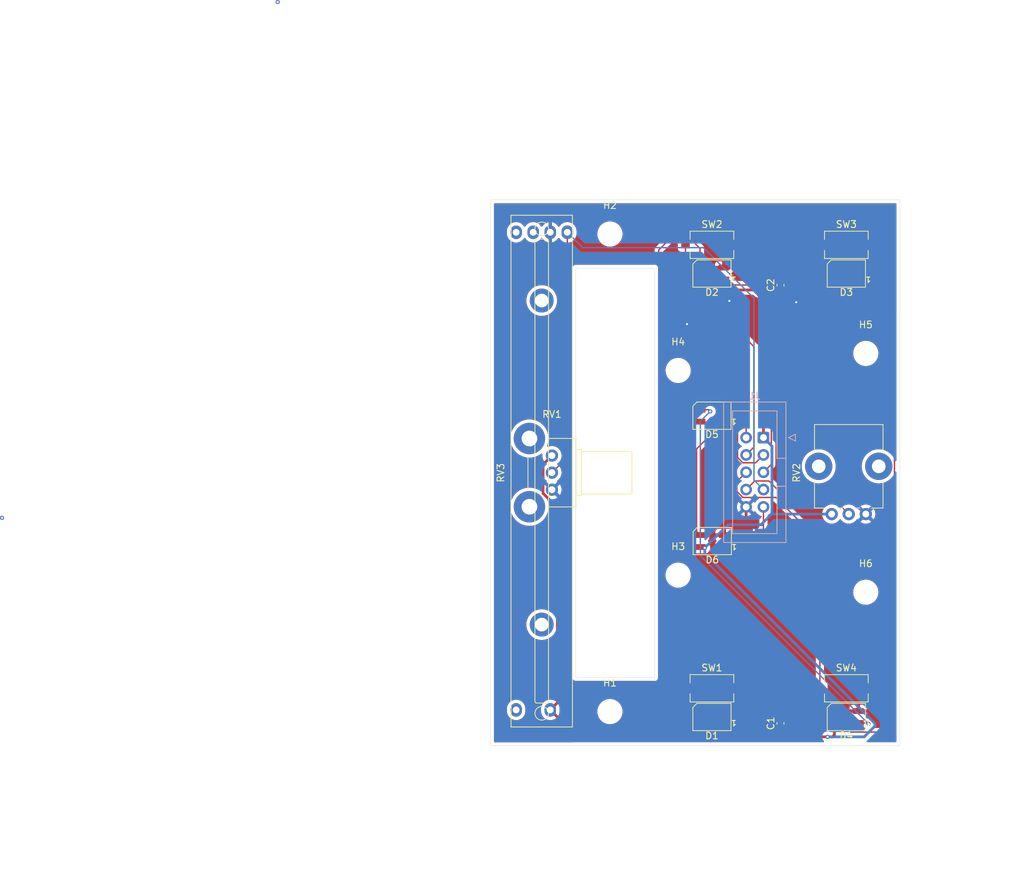
<source format=kicad_pcb>
(kicad_pcb (version 20240108) (generator "pcbnew") (generator_version "8.0")
  (layers (0 "F.Cu" signal) (31 "B.Cu" signal) (34 "B.Paste" user) (35 "F.Paste" user) (36 "B.SilkS" user "B.Silkscreen") (37 "F.SilkS" user "F.Silkscreen") (38 "B.Mask" user) (39 "F.Mask" user) (44 "Edge.Cuts" user))
  (net 0 "")
  (net 1 "GND")
  (net 2 "+3V3")
  (net 3 "Net-(D1-DIN)")
  (net 4 "Net-(D1-DOUT)")
  (net 5 "Net-(D2-DOUT)")
  (net 6 "Net-(D3-DOUT)")
  (net 7 "Net-(D4-DOUT)")
  (net 8 "Net-(D5-DOUT)")
  (net 9 "Net-(D6-DOUT)")
  (net 10 "Net-(J1-Pin_5)")
  (net 11 "Net-(J1-Pin_8)")
  (net 12 "Net-(J1-Pin_6)")
  (net 13 "Net-(J1-Pin_3)")
  (net 14 "Net-(J1-Pin_7)")
  (net 15 "Net-(J1-Pin_4)")
  (footprint "Button_Switch_SMD:SW_Tactile_SPST_NO_Straight_CK_PTS636Sx25SMTRLFS" (layer "F.Cu") (at 152.15 101.586668)
    (property "Reference" "SW3" (at 0 -3 0) (layer "F.SilkS"))
    (property "Value" "SW_Push")
    (fp_line (start -3.2 -2) (end -3.2 -0.8) (stroke (width 0.12)) (layer "F.SilkS"))
    (fp_line (start -3.2 0.8) (end -3.2 2) (stroke (width 0.12)) (layer "F.SilkS"))
    (fp_line (start -3.2 2) (end 3.2 2) (stroke (width 0.12)) (layer "F.SilkS"))
    (fp_line (start 3.2 -2) (end -3.2 -2) (stroke (width 0.12)) (layer "F.SilkS"))
    (fp_line (start 3.2 -0.8) (end 3.2 -2) (stroke (width 0.12)) (layer "F.SilkS"))
    (fp_line (start 3.2 2) (end 3.2 0.8) (stroke (width 0.12)) (layer "F.SilkS"))
    (pad "1" smd rect (at -3.875 0) (size 1.25 1) (layers "F.Cu" "F.Paste" "F.Mask") (net 10 "Net-(J1-Pin_5)"))
    (pad "2" smd rect (at 3.875 0) (size 1.25 1) (layers "F.Cu" "F.Paste" "F.Mask") (net 1 "GND"))
  )
  (footprint "Button_Switch_SMD:SW_Tactile_SPST_NO_Straight_CK_PTS636Sx25SMTRLFS" (layer "F.Cu") (at 132.45 166.586668)
    (property "Reference" "SW1" (at 0 -3 0) (layer "F.SilkS"))
    (property "Value" "SW_Push")
    (fp_line (start -3.2 -2) (end -3.2 -0.8) (stroke (width 0.12)) (layer "F.SilkS"))
    (fp_line (start -3.2 0.8) (end -3.2 2) (stroke (width 0.12)) (layer "F.SilkS"))
    (fp_line (start -3.2 2) (end 3.2 2) (stroke (width 0.12)) (layer "F.SilkS"))
    (fp_line (start 3.2 -2) (end -3.2 -2) (stroke (width 0.12)) (layer "F.SilkS"))
    (fp_line (start 3.2 -0.8) (end 3.2 -2) (stroke (width 0.12)) (layer "F.SilkS"))
    (fp_line (start 3.2 2) (end 3.2 0.8) (stroke (width 0.12)) (layer "F.SilkS"))
    (pad "1" smd rect (at -3.875 0) (size 1.25 1) (layers "F.Cu" "F.Paste" "F.Mask") (net 13 "Net-(J1-Pin_3)"))
    (pad "2" smd rect (at 3.875 0) (size 1.25 1) (layers "F.Cu" "F.Paste" "F.Mask") (net 1 "GND"))
  )
  (footprint "Button_Switch_SMD:SW_Tactile_SPST_NO_Straight_CK_PTS636Sx25SMTRLFS" (layer "F.Cu") (at 152.15 166.586668)
    (property "Reference" "SW4" (at 0 -3 0) (layer "F.SilkS"))
    (property "Value" "SW_Push")
    (fp_line (start -3.2 -2) (end -3.2 -0.8) (stroke (width 0.12)) (layer "F.SilkS"))
    (fp_line (start -3.2 0.8) (end -3.2 2) (stroke (width 0.12)) (layer "F.SilkS"))
    (fp_line (start -3.2 2) (end 3.2 2) (stroke (width 0.12)) (layer "F.SilkS"))
    (fp_line (start 3.2 -2) (end -3.2 -2) (stroke (width 0.12)) (layer "F.SilkS"))
    (fp_line (start 3.2 -0.8) (end 3.2 -2) (stroke (width 0.12)) (layer "F.SilkS"))
    (fp_line (start 3.2 2) (end 3.2 0.8) (stroke (width 0.12)) (layer "F.SilkS"))
    (pad "1" smd rect (at -3.875 0) (size 1.25 1) (layers "F.Cu" "F.Paste" "F.Mask") (net 12 "Net-(J1-Pin_6)"))
    (pad "2" smd rect (at 3.875 0) (size 1.25 1) (layers "F.Cu" "F.Paste" "F.Mask") (net 1 "GND"))
  )
  (footprint "MountingHole:MountingHole_3.2mm_M3" (layer "F.Cu") (at 117.5 100)
    (property "Reference" "H2" (at 0 -4.2 0) (layer "F.SilkS"))
    (property "Value" "MountingHole")
    (pad "" np_thru_hole circle (at 0 0) (size 3.2 3.2) (drill 3.2) (layers "*.Cu" "*.Mask"))
  )
  (footprint "MountingHole:MountingHole_3.2mm_M3" (layer "F.Cu") (at 117.5 170)
    (property "Reference" "H1" (at 0 -4.2 0) (layer "F.SilkS"))
    (property "Value" "MountingHole")
    (pad "" np_thru_hole circle (at 0 0) (size 3.2 3.2) (drill 3.2) (layers "*.Cu" "*.Mask"))
  )
  (footprint "MountingHole:MountingHole_3.2mm_M3" (layer "F.Cu") (at 127.5 120)
    (property "Reference" "H4" (at 0 -4.2 0) (layer "F.SilkS"))
    (property "Value" "MountingHole")
    (pad "" np_thru_hole circle (at 0 0) (size 3.2 3.2) (drill 3.2) (layers "*.Cu" "*.Mask"))
  )
  (footprint "Capacitor_SMD:C_0603_1608Metric" (layer "F.Cu") (at 142.5 171.725 90)
    (property "Reference" "C1" (at 0 -1.43 90) (layer "F.SilkS"))
    (property "Value" "C")
    (fp_line (start -0.14058 -0.51) (end 0.14058 -0.51) (stroke (width 0.12)) (layer "F.SilkS"))
    (fp_line (start -0.14058 0.51) (end 0.14058 0.51) (stroke (width 0.12)) (layer "F.SilkS"))
    (pad "1" smd roundrect (at -0.775 0 90) (size 0.9 0.95) (layers "F.Cu" "F.Paste" "F.Mask") (net 2 "+3V3"))
    (pad "2" smd roundrect (at 0.775 0 90) (size 0.9 0.95) (layers "F.Cu" "F.Paste" "F.Mask") (net 1 "GND"))
  )
  (footprint "LED_SMD:LED_SK6812MINI_PLCC4_3.5x3.5mm_P1.75mm" (layer "F.Cu") (at 132.45 126.625 180)
    (property "Reference" "D5" (at 0 -2.75 0) (layer "F.SilkS"))
    (property "Value" "SK6812MINI")
    (fp_line (start 2.8 1.4) (end 2.8 -2) (stroke (width 0.12)) (layer "F.SilkS"))
    (fp_line (start 2.8 1.4) (end 2.2 2) (stroke (width 0.12)) (layer "F.SilkS"))
    (fp_line (start -2.8 2) (end 2.2 2) (stroke (width 0.12)) (layer "F.SilkS"))
    (fp_line (start -2.8 -2) (end 2.8 -2) (stroke (width 0.12)) (layer "F.SilkS"))
    (fp_line (start -2.8 -2) (end -2.8 2) (stroke (width 0.12)) (layer "F.SilkS"))
    (fp_text user "1" (at -3.2 -0.875 180) (layer "F.SilkS") (effects (font (size 0.8 0.8))))
    (pad "1" smd rect (at -1.75 -0.875 180) (size 1.6 0.85) (layers "F.Cu" "F.Paste" "F.Mask") (net 8 "Net-(D5-DOUT)"))
    (pad "2" smd rect (at -1.75 0.875 180) (size 1.6 0.85) (layers "F.Cu" "F.Paste" "F.Mask") (net 1 "GND"))
    (pad "3" smd rect (at 1.75 0.875 180) (size 1.6 0.85) (layers "F.Cu" "F.Paste" "F.Mask") (net 7 "Net-(D4-DOUT)"))
    (pad "4" smd rect (at 1.75 -0.875 180) (size 1.6 0.85) (layers "F.Cu" "F.Paste" "F.Mask") (net 2 "+3V3"))
  )
  (footprint "LED_SMD:LED_SK6812MINI_PLCC4_3.5x3.5mm_P1.75mm" (layer "F.Cu") (at 152.15 170.791668 180)
    (property "Reference" "D4" (at 0 -2.75 0) (layer "F.SilkS"))
    (property "Value" "SK6812MINI")
    (fp_line (start 2.8 1.4) (end 2.8 -2) (stroke (width 0.12)) (layer "F.SilkS"))
    (fp_line (start 2.8 1.4) (end 2.2 2) (stroke (width 0.12)) (layer "F.SilkS"))
    (fp_line (start -2.8 2) (end 2.2 2) (stroke (width 0.12)) (layer "F.SilkS"))
    (fp_line (start -2.8 -2) (end 2.8 -2) (stroke (width 0.12)) (layer "F.SilkS"))
    (fp_line (start -2.8 -2) (end -2.8 2) (stroke (width 0.12)) (layer "F.SilkS"))
    (fp_text user "1" (at -3.2 -0.875 180) (layer "F.SilkS") (effects (font (size 0.8 0.8))))
    (pad "1" smd rect (at -1.75 -0.875 180) (size 1.6 0.85) (layers "F.Cu" "F.Paste" "F.Mask") (net 7 "Net-(D4-DOUT)"))
    (pad "2" smd rect (at -1.75 0.875 180) (size 1.6 0.85) (layers "F.Cu" "F.Paste" "F.Mask") (net 1 "GND"))
    (pad "3" smd rect (at 1.75 0.875 180) (size 1.6 0.85) (layers "F.Cu" "F.Paste" "F.Mask") (net 6 "Net-(D3-DOUT)"))
    (pad "4" smd rect (at 1.75 -0.875 180) (size 1.6 0.85) (layers "F.Cu" "F.Paste" "F.Mask") (net 2 "+3V3"))
  )
  (footprint "LED_SMD:LED_SK6812MINI_PLCC4_3.5x3.5mm_P1.75mm" (layer "F.Cu") (at 152.15 105.791668 180)
    (property "Reference" "D3" (at 0 -2.75 0) (layer "F.SilkS"))
    (property "Value" "SK6812MINI")
    (fp_line (start 2.8 1.4) (end 2.8 -2) (stroke (width 0.12)) (layer "F.SilkS"))
    (fp_line (start 2.8 1.4) (end 2.2 2) (stroke (width 0.12)) (layer "F.SilkS"))
    (fp_line (start -2.8 2) (end 2.2 2) (stroke (width 0.12)) (layer "F.SilkS"))
    (fp_line (start -2.8 -2) (end 2.8 -2) (stroke (width 0.12)) (layer "F.SilkS"))
    (fp_line (start -2.8 -2) (end -2.8 2) (stroke (width 0.12)) (layer "F.SilkS"))
    (fp_text user "1" (at -3.2 -0.875 180) (layer "F.SilkS") (effects (font (size 0.8 0.8))))
    (pad "1" smd rect (at -1.75 -0.875 180) (size 1.6 0.85) (layers "F.Cu" "F.Paste" "F.Mask") (net 6 "Net-(D3-DOUT)"))
    (pad "2" smd rect (at -1.75 0.875 180) (size 1.6 0.85) (layers "F.Cu" "F.Paste" "F.Mask") (net 1 "GND"))
    (pad "3" smd rect (at 1.75 0.875 180) (size 1.6 0.85) (layers "F.Cu" "F.Paste" "F.Mask") (net 5 "Net-(D2-DOUT)"))
    (pad "4" smd rect (at 1.75 -0.875 180) (size 1.6 0.85) (layers "F.Cu" "F.Paste" "F.Mask") (net 2 "+3V3"))
  )
  (footprint "LED_SMD:LED_SK6812MINI_PLCC4_3.5x3.5mm_P1.75mm" (layer "F.Cu") (at 132.45 170.791668 180)
    (property "Reference" "D1" (at 0 -2.75 0) (layer "F.SilkS"))
    (property "Value" "SK6812MINI")
    (fp_line (start 2.8 1.4) (end 2.8 -2) (stroke (width 0.12)) (layer "F.SilkS"))
    (fp_line (start 2.8 1.4) (end 2.2 2) (stroke (width 0.12)) (layer "F.SilkS"))
    (fp_line (start -2.8 2) (end 2.2 2) (stroke (width 0.12)) (layer "F.SilkS"))
    (fp_line (start -2.8 -2) (end 2.8 -2) (stroke (width 0.12)) (layer "F.SilkS"))
    (fp_line (start -2.8 -2) (end -2.8 2) (stroke (width 0.12)) (layer "F.SilkS"))
    (fp_text user "1" (at -3.2 -0.875 180) (layer "F.SilkS") (effects (font (size 0.8 0.8))))
    (pad "1" smd rect (at -1.75 -0.875 180) (size 1.6 0.85) (layers "F.Cu" "F.Paste" "F.Mask") (net 4 "Net-(D1-DOUT)"))
    (pad "2" smd rect (at -1.75 0.875 180) (size 1.6 0.85) (layers "F.Cu" "F.Paste" "F.Mask") (net 1 "GND"))
    (pad "3" smd rect (at 1.75 0.875 180) (size 1.6 0.85) (layers "F.Cu" "F.Paste" "F.Mask") (net 3 "Net-(D1-DIN)"))
    (pad "4" smd rect (at 1.75 -0.875 180) (size 1.6 0.85) (layers "F.Cu" "F.Paste" "F.Mask") (net 2 "+3V3"))
  )
  (footprint "synkie_footprints:Potentiometer_Alps_RK09K_Single_Vertical" (layer "F.Cu") (at 155 141.05 90)
    (property "Reference" "RV2" (at 6.05 -10.15 90) (layer "F.SilkS"))
    (property "Value" "pot")
    (fp_line (start 13.12 -7.521) (end 13.12 2.52) (stroke (width 0.12)) (layer "F.SilkS"))
    (fp_line (start 9.184 -7.521) (end 13.12 -7.521) (stroke (width 0.12)) (layer "F.SilkS"))
    (fp_line (start 0.88 -7.521) (end 4.817 -7.521) (stroke (width 0.12)) (layer "F.SilkS"))
    (fp_line (start 0.88 -7.521) (end 0.88 -5.871) (stroke (width 0.12)) (layer "F.SilkS"))
    (fp_line (start 0.88 -4.129) (end 0.88 -3.37) (stroke (width 0.12)) (layer "F.SilkS"))
    (fp_line (start 0.88 -1.629) (end 0.88 -0.87) (stroke (width 0.12)) (layer "F.SilkS"))
    (fp_line (start 0.88 0.87) (end 0.88 2.52) (stroke (width 0.12)) (layer "F.SilkS"))
    (fp_line (start 9.184 2.52) (end 13.12 2.52) (stroke (width 0.12)) (layer "F.SilkS"))
    (fp_line (start 0.88 2.52) (end 4.817 2.52) (stroke (width 0.12)) (layer "F.SilkS"))
    (pad "" np_thru_hole circle (at 7 -6.9 90) (size 4 4) (drill 2) (layers "*.Cu" "*.Mask"))
    (pad "" np_thru_hole circle (at 7 1.9 90) (size 4 4) (drill 2) (layers "*.Cu" "*.Mask"))
    (pad "1" thru_hole circle (at 0 0 90) (size 1.8 1.8) (drill 1) (layers "*.Cu" "*.Mask") (net 1 "GND"))
    (pad "2" thru_hole circle (at 0 -2.5 90) (size 1.8 1.8) (drill 1) (layers "*.Cu" "*.Mask") (net 11 "Net-(J1-Pin_8)"))
    (pad "3" thru_hole circle (at 0 -5 90) (size 1.8 1.8) (drill 1) (layers "*.Cu" "*.Mask") (net 2 "+3V3"))
  )
  (footprint "LED_SMD:LED_SK6812MINI_PLCC4_3.5x3.5mm_P1.75mm" (layer "F.Cu") (at 132.5 145 180)
    (property "Reference" "D6" (at 0 -2.75 0) (layer "F.SilkS"))
    (property "Value" "SK6812MINI")
    (fp_line (start 2.8 1.4) (end 2.8 -2) (stroke (width 0.12)) (layer "F.SilkS"))
    (fp_line (start 2.8 1.4) (end 2.2 2) (stroke (width 0.12)) (layer "F.SilkS"))
    (fp_line (start -2.8 2) (end 2.2 2) (stroke (width 0.12)) (layer "F.SilkS"))
    (fp_line (start -2.8 -2) (end 2.8 -2) (stroke (width 0.12)) (layer "F.SilkS"))
    (fp_line (start -2.8 -2) (end -2.8 2) (stroke (width 0.12)) (layer "F.SilkS"))
    (fp_text user "1" (at -3.2 -0.875 180) (layer "F.SilkS") (effects (font (size 0.8 0.8))))
    (pad "1" smd rect (at -1.75 -0.875 180) (size 1.6 0.85) (layers "F.Cu" "F.Paste" "F.Mask") (net 9 "Net-(D6-DOUT)"))
    (pad "2" smd rect (at -1.75 0.875 180) (size 1.6 0.85) (layers "F.Cu" "F.Paste" "F.Mask") (net 1 "GND"))
    (pad "3" smd rect (at 1.75 0.875 180) (size 1.6 0.85) (layers "F.Cu" "F.Paste" "F.Mask") (net 8 "Net-(D5-DOUT)"))
    (pad "4" smd rect (at 1.75 -0.875 180) (size 1.6 0.85) (layers "F.Cu" "F.Paste" "F.Mask") (net 2 "+3V3"))
  )
  (footprint "synkie_footprints:Potentiometer_Alps_RK09K_Single_Horizontal" (layer "F.Cu") (at 109 137.475)
    (property "Reference" "RV1" (at 0 -11.05 0) (layer "F.SilkS"))
    (property "Value" "tbar")
    (fp_line (start -3.52 -4.944) (end -3.52 -0.055) (stroke (width 0.12)) (layer "F.SilkS"))
    (fp_line (start -0.745 -7.521) (end 3.52 -7.521) (stroke (width 0.12)) (layer "F.SilkS"))
    (fp_line (start -0.745 2.52) (end 3.52 2.52) (stroke (width 0.12)) (layer "F.SilkS"))
    (fp_line (start 3.52 -7.521) (end 3.52 2.52) (stroke (width 0.12)) (layer "F.SilkS"))
    (fp_line (start 3.52 -5.87) (end 3.52 0.87) (stroke (width 0.12)) (layer "F.SilkS"))
    (fp_line (start 3.52 -5.87) (end 4.32 -5.87) (stroke (width 0.12)) (layer "F.SilkS"))
    (fp_line (start 3.52 0.87) (end 4.32 0.87) (stroke (width 0.12)) (layer "F.SilkS"))
    (fp_line (start 4.32 -5.87) (end 4.32 0.87) (stroke (width 0.12)) (layer "F.SilkS"))
    (fp_line (start 4.32 -5.62) (end 4.32 0.62) (stroke (width 0.12)) (layer "F.SilkS"))
    (fp_line (start 4.32 -5.62) (end 11.72 -5.62) (stroke (width 0.12)) (layer "F.SilkS"))
    (fp_line (start 4.32 0.62) (end 11.72 0.62) (stroke (width 0.12)) (layer "F.SilkS"))
    (fp_line (start 11.72 -5.62) (end 11.72 0.62) (stroke (width 0.12)) (layer "F.SilkS"))
    (pad "" thru_hole circle (at -3.3 -7.5) (size 4.6 4.6) (drill 2.3) (layers "*.Cu" "*.Mask"))
    (pad "" thru_hole circle (at -3.3 2.5) (size 4.6 4.6) (drill 2.3) (layers "*.Cu" "*.Mask"))
    (pad "1" thru_hole circle (at 0 0) (size 1.8 1.8) (drill 1) (layers "*.Cu" "*.Mask") (net 1 "GND"))
    (pad "2" thru_hole circle (at 0 -2.5) (size 1.8 1.8) (drill 1) (layers "*.Cu" "*.Mask") (net 14 "Net-(J1-Pin_7)"))
    (pad "3" thru_hole circle (at 0 -5) (size 1.8 1.8) (drill 1) (layers "*.Cu" "*.Mask") (net 2 "+3V3"))
  )
  (footprint "Capacitor_SMD:C_0603_1608Metric" (layer "F.Cu") (at 142.5 107.5 90)
    (property "Reference" "C2" (at 0 -1.43 90) (layer "F.SilkS"))
    (property "Value" "C")
    (fp_line (start -0.14058 -0.51) (end 0.14058 -0.51) (stroke (width 0.12)) (layer "F.SilkS"))
    (fp_line (start -0.14058 0.51) (end 0.14058 0.51) (stroke (width 0.12)) (layer "F.SilkS"))
    (pad "1" smd roundrect (at -0.775 0 90) (size 0.9 0.95) (layers "F.Cu" "F.Paste" "F.Mask") (net 2 "+3V3"))
    (pad "2" smd roundrect (at 0.775 0 90) (size 0.9 0.95) (layers "F.Cu" "F.Paste" "F.Mask") (net 1 "GND"))
  )
  (footprint "MountingHole:MountingHole_3.2mm_M3" (layer "F.Cu") (at 155 117.5)
    (property "Reference" "H5" (at 0 -4.2 0) (layer "F.SilkS"))
    (property "Value" "MountingHole")
    (pad "" np_thru_hole circle (at 0 0) (size 3.2 3.2) (drill 3.2) (layers "*.Cu" "*.Mask"))
  )
  (footprint "MountingHole:MountingHole_3.2mm_M3" (layer "F.Cu") (at 155 152.5)
    (property "Reference" "H6" (at 0 -4.2 0) (layer "F.SilkS"))
    (property "Value" "MountingHole")
    (pad "" np_thru_hole circle (at 0 0) (size 3.2 3.2) (drill 3.2) (layers "*.Cu" "*.Mask"))
  )
  (footprint "synkie_footprints:Potentiometer_Alps_RS6011xP_Slide" (layer "F.Cu") (at 107.5 134.75 -90)
    (property "Reference" "RV3" (at 0.25 6 90) (layer "F.SilkS"))
    (property "Value" "slider")
    (fp_line (start -37.5 4.5) (end 37.5 4.5) (stroke (width 0.12)) (layer "F.SilkS"))
    (fp_line (start 37.5 4.5) (end 37.5 -4.5) (stroke (width 0.12)) (layer "F.SilkS"))
    (fp_line (start -33.8 1) (end 33.8 1) (stroke (width 0.12)) (layer "F.SilkS"))
    (fp_line (start 33.8 1) (end 34 0.8) (stroke (width 0.12)) (layer "F.SilkS"))
    (fp_line (start -34 0.8) (end -33.8 1) (stroke (width 0.12)) (layer "F.SilkS"))
    (fp_line (start 34 0.8) (end 34 -0.8) (stroke (width 0.12)) (layer "F.SilkS"))
    (fp_line (start -34 -0.8) (end -34 0.8) (stroke (width 0.12)) (layer "F.SilkS"))
    (fp_line (start 34 -0.8) (end 33.8 -1) (stroke (width 0.12)) (layer "F.SilkS"))
    (fp_line (start -33.8 -1) (end -34 -0.8) (stroke (width 0.12)) (layer "F.SilkS"))
    (fp_line (start 33.8 -1) (end -33.8 -1) (stroke (width 0.12)) (layer "F.SilkS"))
    (fp_line (start -37.5 -4.5) (end -37.5 4.5) (stroke (width 0.12)) (layer "F.SilkS"))
    (fp_line (start 37.5 -4.5) (end -37.5 -4.5) (stroke (width 0.12)) (layer "F.SilkS"))
    (fp_circle (center -35.5 0) (end -35.5 -1) (stroke (width 0.12)) (fill none) (layer "F.SilkS"))
    (fp_circle (center 35.5 0) (end 35.5 1) (stroke (width 0.12)) (fill none) (layer "F.SilkS"))
    (pad "1" thru_hole oval (at -35 -1.25 270) (size 2 1.7) (drill 1) (layers "*.Cu" "*.Mask") (net 1 "GND"))
    (pad "1B" thru_hole oval (at -35 3.75 270) (size 2 1.7) (drill 1) (layers "*.Cu" "*.Mask"))
    (pad "2" thru_hole oval (at -35 -3.75 270) (size 2 1.7) (drill 1) (layers "*.Cu" "*.Mask") (net 14 "Net-(J1-Pin_7)"))
    (pad "2B" thru_hole oval (at -35 1.25 270) (size 2 1.7) (drill 1) (layers "*.Cu" "*.Mask"))
    (pad "3" thru_hole oval (at 35 -1.25 270) (size 2 1.7) (drill 1) (layers "*.Cu" "*.Mask") (net 2 "+3V3"))
    (pad "3B" thru_hole oval (at 35 3.75 270) (size 2 1.7) (drill 1) (layers "*.Cu" "*.Mask"))
    (pad "SH" thru_hole circle (at -25 0 270) (size 3.5 3.5) (drill 2) (layers "*.Cu" "*.Mask"))
    (pad "SH" thru_hole circle (at 22.5 0 270) (size 3.5 3.5) (drill 2) (layers "*.Cu" "*.Mask"))
  )
  (footprint "MountingHole:MountingHole_3.2mm_M3" (layer "F.Cu") (at 127.5 150)
    (property "Reference" "H3" (at 0 -4.2 0) (layer "F.SilkS"))
    (property "Value" "MountingHole")
    (pad "" np_thru_hole circle (at 0 0) (size 3.2 3.2) (drill 3.2) (layers "*.Cu" "*.Mask"))
  )
  (footprint "Button_Switch_SMD:SW_Tactile_SPST_NO_Straight_CK_PTS636Sx25SMTRLFS" (layer "F.Cu") (at 132.45 101.586668)
    (property "Reference" "SW2" (at 0 -3 0) (layer "F.SilkS"))
    (property "Value" "SW_Push")
    (fp_line (start -3.2 -2) (end -3.2 -0.8) (stroke (width 0.12)) (layer "F.SilkS"))
    (fp_line (start -3.2 0.8) (end -3.2 2) (stroke (width 0.12)) (layer "F.SilkS"))
    (fp_line (start -3.2 2) (end 3.2 2) (stroke (width 0.12)) (layer "F.SilkS"))
    (fp_line (start 3.2 -2) (end -3.2 -2) (stroke (width 0.12)) (layer "F.SilkS"))
    (fp_line (start 3.2 -0.8) (end 3.2 -2) (stroke (width 0.12)) (layer "F.SilkS"))
    (fp_line (start 3.2 2) (end 3.2 0.8) (stroke (width 0.12)) (layer "F.SilkS"))
    (pad "1" smd rect (at -3.875 0) (size 1.25 1) (layers "F.Cu" "F.Paste" "F.Mask") (net 15 "Net-(J1-Pin_4)"))
    (pad "2" smd rect (at 3.875 0) (size 1.25 1) (layers "F.Cu" "F.Paste" "F.Mask") (net 1 "GND"))
  )
  (footprint "LED_SMD:LED_SK6812MINI_PLCC4_3.5x3.5mm_P1.75mm" (layer "F.Cu") (at 132.45 105.791668 180)
    (property "Reference" "D2" (at 0 -2.75 0) (layer "F.SilkS"))
    (property "Value" "SK6812MINI")
    (fp_line (start 2.8 1.4) (end 2.8 -2) (stroke (width 0.12)) (layer "F.SilkS"))
    (fp_line (start 2.8 1.4) (end 2.2 2) (stroke (width 0.12)) (layer "F.SilkS"))
    (fp_line (start -2.8 2) (end 2.2 2) (stroke (width 0.12)) (layer "F.SilkS"))
    (fp_line (start -2.8 -2) (end 2.8 -2) (stroke (width 0.12)) (layer "F.SilkS"))
    (fp_line (start -2.8 -2) (end -2.8 2) (stroke (width 0.12)) (layer "F.SilkS"))
    (fp_text user "1" (at -3.2 -0.875 180) (layer "F.SilkS") (effects (font (size 0.8 0.8))))
    (pad "1" smd rect (at -1.75 -0.875 180) (size 1.6 0.85) (layers "F.Cu" "F.Paste" "F.Mask") (net 5 "Net-(D2-DOUT)"))
    (pad "2" smd rect (at -1.75 0.875 180) (size 1.6 0.85) (layers "F.Cu" "F.Paste" "F.Mask") (net 1 "GND"))
    (pad "3" smd rect (at 1.75 0.875 180) (size 1.6 0.85) (layers "F.Cu" "F.Paste" "F.Mask") (net 4 "Net-(D1-DOUT)"))
    (pad "4" smd rect (at 1.75 -0.875 180) (size 1.6 0.85) (layers "F.Cu" "F.Paste" "F.Mask") (net 2 "+3V3"))
  )
  (footprint "Connector_IDC:IDC-Header_2x05_P2.54mm_Vertical" (layer "B.Cu") (at 140 129.84 180)
    (property "Reference" "J1" (at 1.27 6.1 0) (layer "B.SilkS") (effects (justify mirror)))
    (property "Value" "Conn_01x10")
    (fp_line (start 5.83 5.21) (end -3.29 5.21) (stroke (width 0.12)) (layer "B.SilkS"))
    (fp_line (start 5.83 -15.37) (end 5.83 5.21) (stroke (width 0.12)) (layer "B.SilkS"))
    (fp_line (start 4.52 3.91) (end -1.98 3.91) (stroke (width 0.12)) (layer "B.SilkS"))
    (fp_line (start 4.52 -14.07) (end 4.52 3.91) (stroke (width 0.12)) (layer "B.SilkS"))
    (fp_line (start -1.98 3.91) (end -1.98 -3.03) (stroke (width 0.12)) (layer "B.SilkS"))
    (fp_line (start -1.98 -3.03) (end -3.29 -3.03) (stroke (width 0.12)) (layer "B.SilkS"))
    (fp_line (start -1.98 -7.13) (end -1.98 -7.13) (stroke (width 0.12)) (layer "B.SilkS"))
    (fp_line (start -1.98 -7.13) (end -1.98 -14.07) (stroke (width 0.12)) (layer "B.SilkS"))
    (fp_line (start -1.98 -14.07) (end 4.52 -14.07) (stroke (width 0.12)) (layer "B.SilkS"))
    (fp_line (start -3.29 5.21) (end -3.29 -15.37) (stroke (width 0.12)) (layer "B.SilkS"))
    (fp_line (start -3.29 -7.13) (end -1.98 -7.13) (stroke (width 0.12)) (layer "B.SilkS"))
    (fp_line (start -3.29 -15.37) (end 5.83 -15.37) (stroke (width 0.12)) (layer "B.SilkS"))
    (fp_line (start -3.68 0) (end -4.68 -0.5) (stroke (width 0.12)) (layer "B.SilkS"))
    (fp_line (start -4.68 0.5) (end -3.68 0) (stroke (width 0.12)) (layer "B.SilkS"))
    (fp_line (start -4.68 -0.5) (end -4.68 0.5) (stroke (width 0.12)) (layer "B.SilkS"))
    (pad "1" thru_hole roundrect (at 0 0 180) (size 1.7 1.7) (drill 1) (layers "*.Cu" "*.Mask") (roundrect_rratio 0.147059) (net 2 "+3V3"))
    (pad "2" thru_hole circle (at 2.54 0 180) (size 1.7 1.7) (drill 1) (layers "*.Cu" "*.Mask") (net 3 "Net-(D1-DIN)"))
    (pad "3" thru_hole circle (at 0 -2.54 180) (size 1.7 1.7) (drill 1) (layers "*.Cu" "*.Mask") (net 13 "Net-(J1-Pin_3)"))
    (pad "4" thru_hole circle (at 2.54 -2.54 180) (size 1.7 1.7) (drill 1) (layers "*.Cu" "*.Mask") (net 15 "Net-(J1-Pin_4)"))
    (pad "5" thru_hole circle (at 0 -5.08 180) (size 1.7 1.7) (drill 1) (layers "*.Cu" "*.Mask") (net 10 "Net-(J1-Pin_5)"))
    (pad "6" thru_hole circle (at 2.54 -5.08 180) (size 1.7 1.7) (drill 1) (layers "*.Cu" "*.Mask") (net 12 "Net-(J1-Pin_6)"))
    (pad "7" thru_hole circle (at 0 -7.62 180) (size 1.7 1.7) (drill 1) (layers "*.Cu" "*.Mask") (net 14 "Net-(J1-Pin_7)"))
    (pad "8" thru_hole circle (at 2.54 -7.62 180) (size 1.7 1.7) (drill 1) (layers "*.Cu" "*.Mask") (net 11 "Net-(J1-Pin_8)"))
    (pad "9" thru_hole circle (at 0 -10.16 180) (size 1.7 1.7) (drill 1) (layers "*.Cu" "*.Mask") (net 9 "Net-(D6-DOUT)"))
    (pad "10" thru_hole circle (at 2.54 -10.16 180) (size 1.7 1.7) (drill 1) (layers "*.Cu" "*.Mask") (net 1 "GND"))
  )
  (gr_rect (start 112.5 105) (end 124.05 165) (stroke (width 0.05)) (fill none) (layer "Edge.Cuts"))
  (gr_rect (start 100 95) (end 160 175) (stroke (width 0.05)) (fill none) (layer "Edge.Cuts"))
  (via (at 68.8 66) (size 0.6) (drill 0.3) (layers "F.Cu" "B.Cu") (net 0))
  (via (at 28.4 141.6) (size 0.6) (drill 0.3) (layers "F.Cu" "B.Cu") (net 0))
  (segment (start 135.6 138.14) (end 137.46 140) (width 0.4) (layer "F.Cu") (net 1))
  (segment (start 134.2 103.711668) (end 136.325 101.586668) (width 0.2) (layer "F.Cu") (net 1))
  (segment (start 134.2 125.75) (end 135.317894 125.75) (width 0.4) (layer "F.Cu") (net 1))
  (segment (start 134.2 104.916668) (end 134.2 103.711668) (width 0.2) (layer "F.Cu") (net 1))
  (segment (start 135.317894 125.75) (end 135.6 126.032106) (width 0.4) (layer "F.Cu") (net 1))
  (segment (start 137.46 142.26) (end 138.6 143.4) (width 0.4) (layer "F.Cu") (net 1))
  (segment (start 135.6 126.032106) (end 135.6 138.14) (width 0.4) (layer "F.Cu") (net 1))
  (segment (start 137.46 140) (end 137.46 142.26) (width 0.4) (layer "F.Cu") (net 1))
  (via (at 144.8 110) (size 0.6) (drill 0.3) (layers "F.Cu" "B.Cu") (net 1))
  (via (at 128.8 113.2) (size 0.6) (drill 0.3) (layers "F.Cu" "B.Cu") (net 1))
  (via (at 138.6 143.4) (size 0.6) (drill 0.3) (layers "F.Cu" "B.Cu") (net 1))
  (via (at 135 109.8) (size 0.6) (drill 0.3) (layers "F.Cu" "B.Cu") (net 1))
  (segment (start 152.65 143.4) (end 155 141.05) (width 0.4) (layer "B.Cu") (net 1))
  (segment (start 138.6 143.4) (end 152.65 143.4) (width 0.4) (layer "B.Cu") (net 1))
  (segment (start 130.275 145.875) (end 129.3 144.9) (width 0.4) (layer "F.Cu") (net 2))
  (segment (start 130.7 107.9) (end 131 108.2) (width 0.4) (layer "F.Cu") (net 2))
  (segment (start 150.4 106.666668) (end 148.666668 108.4) (width 0.4) (layer "F.Cu") (net 2))
  (segment (start 109.8 168.7) (end 108.75 169.75) (width 0.4) (layer "F.Cu") (net 2))
  (segment (start 150.4 173.4) (end 150.4 171.666668) (width 0.4) (layer "F.Cu") (net 2))
  (segment (start 138.8 108.2) (end 138.4 108.2) (width 0.4) (layer "F.Cu") (net 2))
  (segment (start 109 132.475) (end 107.7 133.775) (width 0.4) (layer "F.Cu") (net 2))
  (segment (start 139.2 108.6) (end 138.8 108.2) (width 0.4) (layer "F.Cu") (net 2))
  (segment (start 140 108.6) (end 140 129.84) (width 0.4) (layer "F.Cu") (net 2))
  (segment (start 130.875 146) (end 130.75 145.875) (width 0.4) (layer "F.Cu") (net 2))
  (segment (start 142.6 173.7) (end 150.1 173.7) (width 0.4) (layer "F.Cu") (net 2))
  (segment (start 107.7 138.013478) (end 109.8 140.113478) (width 0.4) (layer "F.Cu") (net 2))
  (segment (start 109.8 140.113478) (end 109.8 168.7) (width 0.4) (layer "F.Cu") (net 2))
  (segment (start 112.7 173.7) (end 108.75 169.75) (width 0.4) (layer "F.Cu") (net 2))
  (segment (start 131.4 173.7) (end 112.7 173.7) (width 0.4) (layer "F.Cu") (net 2))
  (segment (start 142.5 172.5) (end 142.5 173.6) (width 0.4) (layer "F.Cu") (net 2))
  (segment (start 131.4 146) (end 130.875 146) (width 0.4) (layer "F.Cu") (net 2))
  (segment (start 130.75 145.875) (end 130.275 145.875) (width 0.4) (layer "F.Cu") (net 2))
  (segment (start 148.2 108.4) (end 148 108.6) (width 0.4) (layer "F.Cu") (net 2))
  (segment (start 142.5 173.6) (end 142.6 173.7) (width 0.4) (layer "F.Cu") (net 2))
  (segment (start 130.7 127.5) (end 129.3 127.5) (width 0.4) (layer "F.Cu") (net 2))
  (segment (start 129.3 144.9) (end 129.3 127.5) (width 0.4) (layer "F.Cu") (net 2))
  (segment (start 148 108.6) (end 140 108.6) (width 0.4) (layer "F.Cu") (net 2))
  (segment (start 148.666668 108.4) (end 148.2 108.4) (width 0.4) (layer "F.Cu") (net 2))
  (segment (start 107.7 133.775) (end 107.7 138.013478) (width 0.4) (layer "F.Cu") (net 2))
  (segment (start 130.7 171.666668) (end 130.7 173.7) (width 0.4) (layer "F.Cu") (net 2))
  (segment (start 131.4 173.7) (end 142.6 173.7) (width 0.4) (layer "F.Cu") (net 2))
  (segment (start 150.1 173.7) (end 150.4 173.4) (width 0.4) (layer "F.Cu") (net 2))
  (segment (start 130.7 173.7) (end 131.4 173.7) (width 0.4) (layer "F.Cu") (net 2))
  (segment (start 130.7 106.666668) (end 130.7 107.9) (width 0.4) (layer "F.Cu") (net 2))
  (segment (start 131 108.2) (end 138.8 108.2) (width 0.4) (layer "F.Cu") (net 2))
  (segment (start 140 108.6) (end 139.2 108.6) (width 0.4) (layer "F.Cu") (net 2))
  (via (at 131.4 146) (size 0.6) (drill 0.3) (layers "F.Cu" "B.Cu") (net 2))
  (via (at 149.4 173.7) (size 0.6) (drill 0.3) (layers "F.Cu" "B.Cu") (net 2))
  (segment (start 131.4 146) (end 131.4 146.8) (width 0.4) (layer "B.Cu") (net 2))
  (segment (start 141.25 141) (end 139.8 142.45) (width 0.4) (layer "B.Cu") (net 2))
  (segment (start 139.8 142.45) (end 139.8 142.6) (width 0.4) (layer "B.Cu") (net 2))
  (segment (start 156.35 172.110661) (end 154.760661 173.7) (width 0.4) (layer "B.Cu") (net 2))
  (segment (start 131.4 146.8) (end 156.35 171.75) (width 0.4) (layer "B.Cu") (net 2))
  (segment (start 156.35 171.75) (end 156.35 172.110661) (width 0.4) (layer "B.Cu") (net 2))
  (segment (start 140 129.84) (end 141.25 131.09) (width 0.4) (layer "B.Cu") (net 2))
  (segment (start 134.8 142.6) (end 131.4 146) (width 0.4) (layer "B.Cu") (net 2))
  (segment (start 154.760661 173.7) (end 149.4 173.7) (width 0.4) (layer "B.Cu") (net 2))
  (segment (start 141.3 141.05) (end 141.25 141) (width 0.4) (layer "B.Cu") (net 2))
  (segment (start 139.8 142.6) (end 134.8 142.6) (width 0.4) (layer "B.Cu") (net 2))
  (segment (start 150 141.05) (end 141.3 141.05) (width 0.4) (layer "B.Cu") (net 2))
  (segment (start 141.25 131.09) (end 141.25 141) (width 0.4) (layer "B.Cu") (net 2))
  (segment (start 130.7 169.916668) (end 129.916668 169.916668) (width 0.2) (layer "F.Cu") (net 3))
  (segment (start 134.640686 123.8) (end 137.46 126.619314) (width 0.2) (layer "F.Cu") (net 3))
  (segment (start 125.05 165.05) (end 125.05 127.55) (width 0.2) (layer "F.Cu") (net 3))
  (segment (start 128.8 123.8) (end 134.640686 123.8) (width 0.2) (layer "F.Cu") (net 3))
  (segment (start 129.916668 169.916668) (end 125.05 165.05) (width 0.2) (layer "F.Cu") (net 3))
  (segment (start 137.46 126.619314) (end 137.46 129.84) (width 0.2) (layer "F.Cu") (net 3))
  (segment (start 125.05 127.55) (end 128.8 123.8) (width 0.2) (layer "F.Cu") (net 3))
  (segment (start 124.65 102.35) (end 126.213332 100.786668) (width 0.2) (layer "F.Cu") (net 4))
  (segment (start 130.7 102.1) (end 130.7 104.916668) (width 0.2) (layer "F.Cu") (net 4))
  (segment (start 133.333332 170.8) (end 129.8 170.8) (width 0.2) (layer "F.Cu") (net 4))
  (segment (start 129.8 170.8) (end 124.65 165.65) (width 0.2) (layer "F.Cu") (net 4))
  (segment (start 124.65 165.65) (end 124.65 102.35) (width 0.2) (layer "F.Cu") (net 4))
  (segment (start 129.386668 100.786668) (end 130.7 102.1) (width 0.2) (layer "F.Cu") (net 4))
  (segment (start 134.2 171.666668) (end 133.333332 170.8) (width 0.2) (layer "F.Cu") (net 4))
  (segment (start 126.213332 100.786668) (end 129.386668 100.786668) (width 0.2) (layer "F.Cu") (net 4))
  (segment (start 134.2 106.666668) (end 135.008332 107.475) (width 0.2) (layer "F.Cu") (net 5))
  (segment (start 135.008332 107.475) (end 147.841668 107.475) (width 0.2) (layer "F.Cu") (net 5))
  (segment (start 147.841668 107.475) (end 150.4 104.916668) (width 0.2) (layer "F.Cu") (net 5))
  (segment (start 159.2 171.4) (end 157.6 173) (width 0.2) (layer "F.Cu") (net 6))
  (segment (start 153.9 106.666668) (end 159.2 111.966668) (width 0.2) (layer "F.Cu") (net 6))
  (segment (start 151.4 169.916668) (end 150.4 169.916668) (width 0.2) (layer "F.Cu") (net 6))
  (segment (start 159.2 111.966668) (end 159.2 171.4) (width 0.2) (layer "F.Cu") (net 6))
  (segment (start 152.8 173) (end 152 172.2) (width 0.2) (layer "F.Cu") (net 6))
  (segment (start 157.6 173) (end 152.8 173) (width 0.2) (layer "F.Cu") (net 6))
  (segment (start 152 170.516668) (end 151.4 169.916668) (width 0.2) (layer "F.Cu") (net 6))
  (segment (start 152 172.2) (end 152 170.516668) (width 0.2) (layer "F.Cu") (net 6))
  (segment (start 155.266662 171.666668) (end 155.4 171.800006) (width 0.2) (layer "F.Cu") (net 7))
  (segment (start 153.9 171.666668) (end 155.266662 171.666668) (width 0.2) (layer "F.Cu") (net 7))
  (segment (start 131.95 125.75) (end 132.2 126) (width 0.2) (layer "F.Cu") (net 7))
  (segment (start 130.7 125.75) (end 131.95 125.75) (width 0.2) (layer "F.Cu") (net 7))
  (via (at 132.2 126) (size 0.6) (drill 0.3) (layers "F.Cu" "B.Cu") (net 7))
  (via (at 155.4 171.800006) (size 0.6) (drill 0.3) (layers "F.Cu" "B.Cu") (net 7))
  (segment (start 132.2 126) (end 130.75 127.45) (width 0.2) (layer "B.Cu") (net 7))
  (segment (start 130.75 147.150006) (end 155.4 171.800006) (width 0.2) (layer "B.Cu") (net 7))
  (segment (start 130.75 127.45) (end 130.75 147.150006) (width 0.2) (layer "B.Cu") (net 7))
  (segment (start 134.2 127.5) (end 130.2 131.5) (width 0.2) (layer "F.Cu") (net 8))
  (segment (start 130.2 131.5) (end 130.2 143.575) (width 0.2) (layer "F.Cu") (net 8))
  (segment (start 130.2 143.575) (end 130.75 144.125) (width 0.2) (layer "F.Cu") (net 8))
  (segment (start 140 143.2) (end 140 140) (width 0.2) (layer "F.Cu") (net 9))
  (segment (start 134.25 145.875) (end 137.325 145.875) (width 0.2) (layer "F.Cu") (net 9))
  (segment (start 137.325 145.875) (end 140 143.2) (width 0.2) (layer "F.Cu") (net 9))
  (segment (start 148.895 101.586668) (end 151.5 104.191668) (width 0.2) (layer "F.Cu") (net 10))
  (segment (start 141.15 133.77) (end 140 134.92) (width 0.2) (layer "F.Cu") (net 10))
  (segment (start 151.5 107.391668) (end 150.382106 107.391668) (width 0.2) (layer "F.Cu") (net 10))
  (segment (start 150.382106 107.391668) (end 148.873774 108.9) (width 0.2) (layer "F.Cu") (net 10))
  (segment (start 148.7 108.9) (end 141.15 116.45) (width 0.2) (layer "F.Cu") (net 10))
  (segment (start 148.275 101.586668) (end 148.895 101.586668) (width 0.2) (layer "F.Cu") (net 10))
  (segment (start 151.5 104.191668) (end 151.5 107.391668) (width 0.2) (layer "F.Cu") (net 10))
  (segment (start 141.15 116.45) (end 141.15 133.77) (width 0.2) (layer "F.Cu") (net 10))
  (segment (start 148.873774 108.9) (end 148.7 108.9) (width 0.2) (layer "F.Cu") (net 10))
  (segment (start 150.3 138.85) (end 143.45 138.85) (width 0.2) (layer "F.Cu") (net 11))
  (segment (start 138.72 136.2) (end 137.46 137.46) (width 0.2) (layer "F.Cu") (net 11))
  (segment (start 152.5 141.05) (end 150.3 138.85) (width 0.2) (layer "F.Cu") (net 11))
  (segment (start 140.8 136.2) (end 138.72 136.2) (width 0.2) (layer "F.Cu") (net 11))
  (segment (start 143.45 138.85) (end 140.8 136.2) (width 0.2) (layer "F.Cu") (net 11))
  (segment (start 141.8 138.61) (end 136.983654 138.61) (width 0.2) (layer "F.Cu") (net 12))
  (segment (start 136.983654 138.61) (end 136.1 137.726346) (width 0.2) (layer "F.Cu") (net 12))
  (segment (start 136.1 136.28) (end 137.46 134.92) (width 0.2) (layer "F.Cu") (net 12))
  (segment (start 148.275 145.085) (end 141.8 138.61) (width 0.2) (layer "F.Cu") (net 12))
  (segment (start 148.275 166.586668) (end 148.275 145.085) (width 0.2) (layer "F.Cu") (net 12))
  (segment (start 136.1 137.726346) (end 136.1 136.28) (width 0.2) (layer "F.Cu") (net 12))
  (segment (start 127.786668 166.586668) (end 125.45 164.25) (width 0.2) (layer "F.Cu") (net 13))
  (segment (start 136.983654 133.53) (end 138.85 133.53) (width 0.2) (layer "F.Cu") (net 13))
  (segment (start 136.2 132.746346) (end 136.983654 133.53) (width 0.2) (layer "F.Cu") (net 13))
  (segment (start 138.85 133.53) (end 140 132.38) (width 0.2) (layer "F.Cu") (net 13))
  (segment (start 125.45 164.25) (end 125.45 128.95) (width 0.2) (layer "F.Cu") (net 13))
  (segment (start 135.225 124.95) (end 136.2 125.925) (width 0.2) (layer "F.Cu") (net 13))
  (segment (start 128.575 166.586668) (end 127.786668 166.586668) (width 0.2) (layer "F.Cu") (net 13))
  (segment (start 136.2 125.925) (end 136.2 132.746346) (width 0.2) (layer "F.Cu") (net 13))
  (segment (start 129.45 124.95) (end 135.225 124.95) (width 0.2) (layer "F.Cu") (net 13))
  (segment (start 125.45 128.95) (end 129.45 124.95) (width 0.2) (layer "F.Cu") (net 13))
  (segment (start 111.25 99.75) (end 111.25 132.725) (width 0.2) (layer "F.Cu") (net 14))
  (segment (start 111.25 132.725) (end 109 134.975) (width 0.2) (layer "F.Cu") (net 14))
  (segment (start 113.5 102) (end 111.25 99.75) (width 0.2) (layer "B.Cu") (net 14))
  (segment (start 138.61 136.07) (end 138.61 109.41) (width 0.2) (layer "B.Cu") (net 14))
  (segment (start 140 137.46) (end 138.61 136.07) (width 0.2) (layer "B.Cu") (net 14))
  (segment (start 131.2 102) (end 113.5 102) (width 0.2) (layer "B.Cu") (net 14))
  (segment (start 138.61 109.41) (end 131.2 102) (width 0.2) (layer "B.Cu") (net 14))
  (segment (start 138.61 116.517107) (end 138.61 131.23) (width 0.2) (layer "F.Cu") (net 15))
  (segment (start 138.61 131.23) (end 137.46 132.38) (width 0.2) (layer "F.Cu") (net 15))
  (segment (start 128.575 101.586668) (end 128.575 106.482107) (width 0.2) (layer "F.Cu") (net 15))
  (segment (start 128.575 106.482107) (end 138.61 116.517107) (width 0.2) (layer "F.Cu") (net 15))
  (zone (net 1) (net_name "GND") (layers "F&B.Cu") (connect_pads (clearance 0.5)) (min_thickness 0.25) (fill yes (thermal_gap 0.5) (thermal_bridge_width 0.5))
    (polygon (pts (xy 97 91.2) (xy 178.2 94) (xy 176 182.2) (xy 74.8 193.2)))
  )
)
</source>
